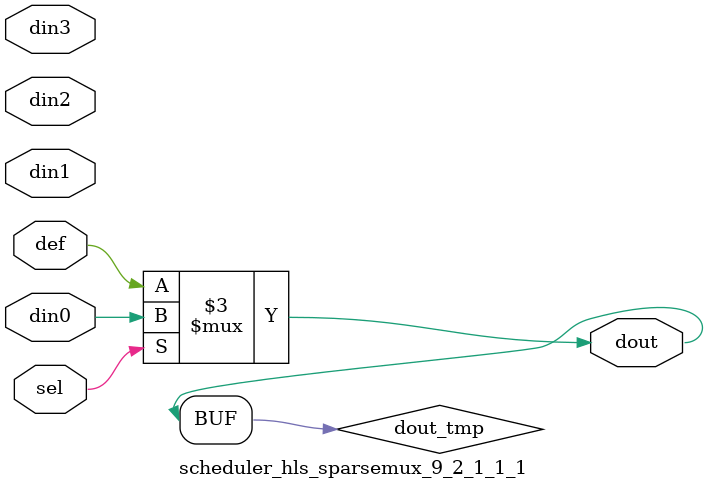
<source format=v>
`timescale 1ns / 1ps

module scheduler_hls_sparsemux_9_2_1_1_1 (din0,din1,din2,din3,def,sel,dout);

parameter din0_WIDTH = 1;

parameter din1_WIDTH = 1;

parameter din2_WIDTH = 1;

parameter din3_WIDTH = 1;

parameter def_WIDTH = 1;
parameter sel_WIDTH = 1;
parameter dout_WIDTH = 1;

parameter [sel_WIDTH-1:0] CASE0 = 1;

parameter [sel_WIDTH-1:0] CASE1 = 1;

parameter [sel_WIDTH-1:0] CASE2 = 1;

parameter [sel_WIDTH-1:0] CASE3 = 1;

parameter ID = 1;
parameter NUM_STAGE = 1;



input [din0_WIDTH-1:0] din0;

input [din1_WIDTH-1:0] din1;

input [din2_WIDTH-1:0] din2;

input [din3_WIDTH-1:0] din3;

input [def_WIDTH-1:0] def;
input [sel_WIDTH-1:0] sel;

output [dout_WIDTH-1:0] dout;



reg [dout_WIDTH-1:0] dout_tmp;


always @ (*) begin
(* parallel_case *) case (sel)
    
    CASE0 : dout_tmp = din0;
    
    CASE1 : dout_tmp = din1;
    
    CASE2 : dout_tmp = din2;
    
    CASE3 : dout_tmp = din3;
    
    default : dout_tmp = def;
endcase
end


assign dout = dout_tmp;



endmodule

</source>
